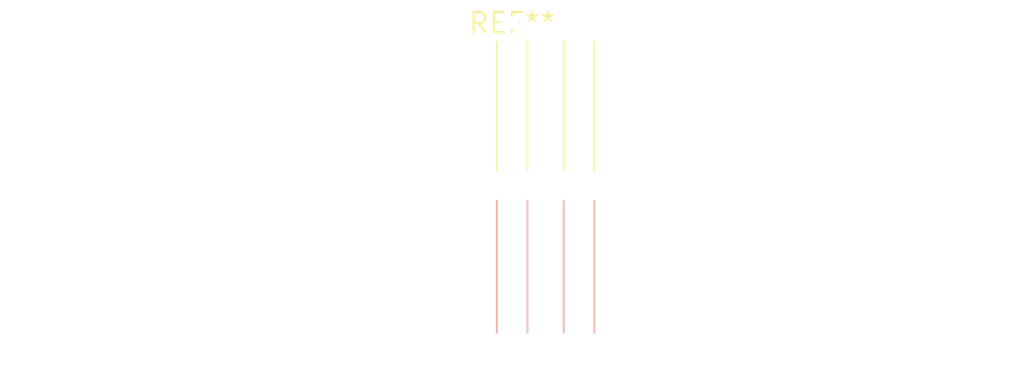
<source format=kicad_pcb>
(kicad_pcb (version 20240108) (generator pcbnew)
  (layers (0 "F.Cu" signal) (31 "B.Cu" signal) (34 "B.Paste" user) (35 "F.Paste" user) (36 "B.SilkS" user "B.Silkscreen") (37 "F.SilkS" user "F.Silkscreen") (38 "B.Mask" user) (39 "F.Mask" user) (44 "Edge.Cuts" user))
  (net 0 "")
  (footprint "SolderWire-0.25sqmm_1x02_P4.2mm_D0.65mm_OD1.7mm_Relief2x" (layer "F.Cu") (at 0 0)
    (property "Reference" "REF**")
    (property "Value" "SolderWire-0.25sqmm_1x02_P4.2mm_D0.65mm_OD1.7mm_Relief2x")
    (fp_line (start -0.96 11.16) (end -0.96 19.44) (layer "B.SilkS") (stroke (width 0.12)))
    (fp_line (start 0.96 11.16) (end 0.96 19.44) (layer "B.SilkS") (stroke (width 0.12)))
    (fp_line (start 3.24 11.16) (end 3.24 19.44) (layer "B.SilkS") (stroke (width 0.12)))
    (fp_line (start 5.16 11.16) (end 5.16 19.44) (layer "B.SilkS") (stroke (width 0.12)))
    (fp_line (start -0.96 1.185) (end -0.96 9.24) (layer "F.SilkS") (stroke (width 0.12)))
    (fp_line (start 0.96 1.185) (end 0.96 9.24) (layer "F.SilkS") (stroke (width 0.12)))
    (fp_line (start 3.24 1.185) (end 3.24 9.24) (layer "F.SilkS") (stroke (width 0.12)))
    (fp_line (start 5.16 1.185) (end 5.16 9.24) (layer "F.SilkS") (stroke (width 0.12)))
    (pad "" np_thru_hole circle (at 0 10.2) (size 2.2 2.2) (drill 2.2) (layers *.Cu *.Mask))
    (pad "" np_thru_hole circle (at 0 20.4) (size 2.2 2.2) (drill 2.2) (layers *.Cu *.Mask))
    (pad "" np_thru_hole circle (at 4.2 10.2) (size 2.2 2.2) (drill 2.2) (layers *.Cu *.Mask))
    (pad "" np_thru_hole circle (at 4.2 20.4) (size 2.2 2.2) (drill 2.2) (layers *.Cu *.Mask))
    (pad "1" thru_hole roundrect (at 0 0) (size 1.85 1.85) (drill 0.85) (layers *.Cu *.Mask) (remove_unused_layers) (roundrect_rratio 0.135135))
    (pad "2" thru_hole circle (at 4.2 0) (size 1.85 1.85) (drill 0.85) (layers *.Cu *.Mask) (remove_unused_layers))
  )
)
</source>
